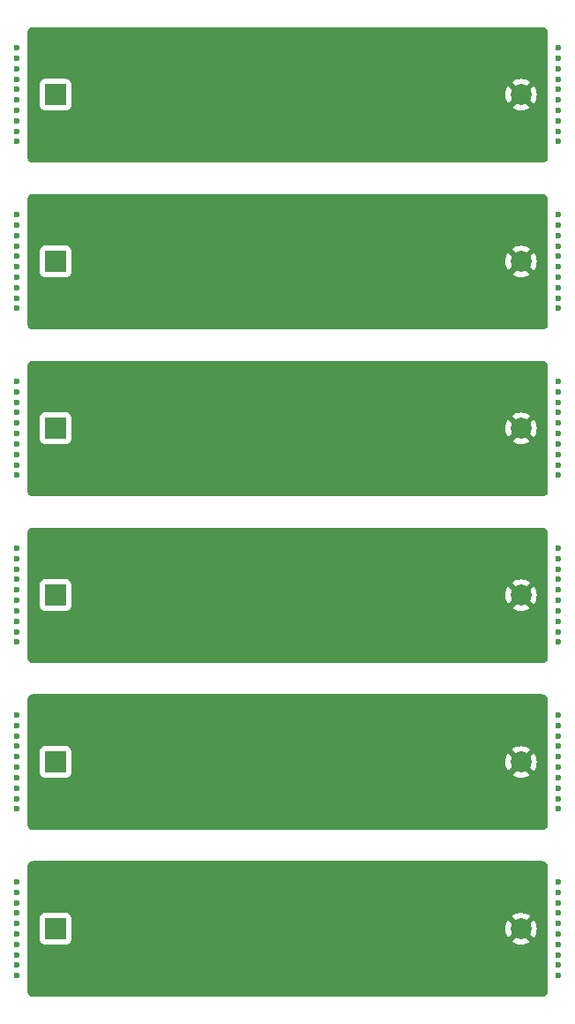
<source format=gbl>
G04 #@! TF.GenerationSoftware,KiCad,Pcbnew,6.0.4-6f826c9f35~116~ubuntu20.04.1*
G04 #@! TF.CreationDate,2022-05-04T20:07:54+01:00*
G04 #@! TF.ProjectId,boostAAA-panel,626f6f73-7441-4414-912d-70616e656c2e,rev?*
G04 #@! TF.SameCoordinates,Original*
G04 #@! TF.FileFunction,Copper,L2,Bot*
G04 #@! TF.FilePolarity,Positive*
%FSLAX46Y46*%
G04 Gerber Fmt 4.6, Leading zero omitted, Abs format (unit mm)*
G04 Created by KiCad (PCBNEW 6.0.4-6f826c9f35~116~ubuntu20.04.1) date 2022-05-04 20:07:54*
%MOMM*%
%LPD*%
G01*
G04 APERTURE LIST*
G04 #@! TA.AperFunction,ComponentPad*
%ADD10R,2.000000X2.000000*%
G04 #@! TD*
G04 #@! TA.AperFunction,ComponentPad*
%ADD11C,2.000000*%
G04 #@! TD*
G04 #@! TA.AperFunction,ViaPad*
%ADD12C,0.600000*%
G04 #@! TD*
G04 APERTURE END LIST*
D10*
G04 #@! TO.P,BT1,1,+*
G04 #@! TO.N,Board_5-Net-(BT1-Pad1)*
X27698446Y-102000000D03*
D11*
G04 #@! TO.P,BT1,2,-*
G04 #@! TO.N,Board_5-GND*
X72398446Y-102000000D03*
G04 #@! TD*
D10*
G04 #@! TO.P,BT1,1,+*
G04 #@! TO.N,Board_4-Net-(BT1-Pad1)*
X27698446Y-86000000D03*
D11*
G04 #@! TO.P,BT1,2,-*
G04 #@! TO.N,Board_4-GND*
X72398446Y-86000000D03*
G04 #@! TD*
D10*
G04 #@! TO.P,BT1,1,+*
G04 #@! TO.N,Board_2-Net-(BT1-Pad1)*
X27698446Y-54000000D03*
D11*
G04 #@! TO.P,BT1,2,-*
G04 #@! TO.N,Board_2-GND*
X72398446Y-54000000D03*
G04 #@! TD*
D10*
G04 #@! TO.P,BT1,1,+*
G04 #@! TO.N,Board_0-Net-(BT1-Pad1)*
X27698446Y-22000000D03*
D11*
G04 #@! TO.P,BT1,2,-*
G04 #@! TO.N,Board_0-GND*
X72398446Y-22000000D03*
G04 #@! TD*
D10*
G04 #@! TO.P,BT1,1,+*
G04 #@! TO.N,Board_1-Net-(BT1-Pad1)*
X27698446Y-38000000D03*
D11*
G04 #@! TO.P,BT1,2,-*
G04 #@! TO.N,Board_1-GND*
X72398446Y-38000000D03*
G04 #@! TD*
D10*
G04 #@! TO.P,BT1,1,+*
G04 #@! TO.N,Board_3-Net-(BT1-Pad1)*
X27698446Y-70000000D03*
D11*
G04 #@! TO.P,BT1,2,-*
G04 #@! TO.N,Board_3-GND*
X72398446Y-70000000D03*
G04 #@! TD*
D12*
G04 #@! TO.N,*
X75998446Y-26500000D03*
X75998446Y-42500000D03*
X75998446Y-58500000D03*
X75998446Y-74500000D03*
X75998446Y-90500000D03*
X75998446Y-106500000D03*
X23998446Y-17500000D03*
X23998446Y-33500000D03*
X23998446Y-49500000D03*
X23998446Y-65500000D03*
X23998446Y-81500000D03*
X23998446Y-97500000D03*
X23998446Y-18500000D03*
X23998446Y-34500000D03*
X23998446Y-50500000D03*
X23998446Y-66500000D03*
X23998446Y-82500000D03*
X23998446Y-98500000D03*
X75998446Y-21500000D03*
X75998446Y-37500000D03*
X75998446Y-53500000D03*
X75998446Y-69500000D03*
X75998446Y-85500000D03*
X75998446Y-101500000D03*
X23998446Y-22500000D03*
X23998446Y-38500000D03*
X23998446Y-54500000D03*
X23998446Y-70500000D03*
X23998446Y-86500000D03*
X23998446Y-102500000D03*
X75998446Y-20500000D03*
X75998446Y-36500000D03*
X75998446Y-52500000D03*
X75998446Y-68500000D03*
X75998446Y-84500000D03*
X75998446Y-100500000D03*
X23998446Y-19500000D03*
X23998446Y-35500000D03*
X23998446Y-51500000D03*
X23998446Y-67500000D03*
X23998446Y-83500000D03*
X23998446Y-99500000D03*
X23998446Y-25500000D03*
X23998446Y-41500000D03*
X23998446Y-57500000D03*
X23998446Y-73500000D03*
X23998446Y-89500000D03*
X23998446Y-105500000D03*
X75998446Y-23500000D03*
X75998446Y-39500000D03*
X75998446Y-55500000D03*
X75998446Y-71500000D03*
X75998446Y-87500000D03*
X75998446Y-103500000D03*
X23998446Y-20500000D03*
X23998446Y-36500000D03*
X23998446Y-52500000D03*
X23998446Y-68500000D03*
X23998446Y-84500000D03*
X23998446Y-100500000D03*
X75998446Y-19500000D03*
X75998446Y-35500000D03*
X75998446Y-51500000D03*
X75998446Y-67500000D03*
X75998446Y-83500000D03*
X75998446Y-99500000D03*
X23998446Y-26500000D03*
X23998446Y-42500000D03*
X23998446Y-58500000D03*
X23998446Y-74500000D03*
X23998446Y-90500000D03*
X23998446Y-106500000D03*
X23998446Y-21500000D03*
X23998446Y-37500000D03*
X23998446Y-53500000D03*
X23998446Y-69500000D03*
X23998446Y-85500000D03*
X23998446Y-101500000D03*
X75998446Y-25500000D03*
X75998446Y-41500000D03*
X75998446Y-57500000D03*
X75998446Y-73500000D03*
X75998446Y-89500000D03*
X75998446Y-105500000D03*
X23998446Y-24500000D03*
X23998446Y-40500000D03*
X23998446Y-56500000D03*
X23998446Y-72500000D03*
X23998446Y-88500000D03*
X23998446Y-104500000D03*
X75998446Y-24500000D03*
X75998446Y-40500000D03*
X75998446Y-56500000D03*
X75998446Y-72500000D03*
X75998446Y-88500000D03*
X75998446Y-104500000D03*
X75998446Y-22500000D03*
X75998446Y-38500000D03*
X75998446Y-54500000D03*
X75998446Y-70500000D03*
X75998446Y-86500000D03*
X75998446Y-102500000D03*
X75998446Y-18500000D03*
X75998446Y-34500000D03*
X75998446Y-50500000D03*
X75998446Y-66500000D03*
X75998446Y-82500000D03*
X75998446Y-98500000D03*
X75998446Y-17500000D03*
X75998446Y-33500000D03*
X75998446Y-49500000D03*
X75998446Y-65500000D03*
X75998446Y-81500000D03*
X75998446Y-97500000D03*
X23998446Y-23500000D03*
X23998446Y-39500000D03*
X23998446Y-55500000D03*
X23998446Y-71500000D03*
X23998446Y-87500000D03*
X23998446Y-103500000D03*
G04 #@! TO.N,Board_0-GND*
X45998446Y-16000000D03*
X45998446Y-18000000D03*
X53698446Y-27200000D03*
X43998446Y-16000000D03*
X49735946Y-23000000D03*
X50298446Y-19500000D03*
X53998446Y-25250000D03*
X49148446Y-21300000D03*
X43998446Y-18000000D03*
G04 #@! TO.N,Board_1-GND*
X45998446Y-32000000D03*
X45998446Y-34000000D03*
X53698446Y-43200000D03*
X43998446Y-32000000D03*
X49735946Y-39000000D03*
X50298446Y-35500000D03*
X53998446Y-41250000D03*
X49148446Y-37300000D03*
X43998446Y-34000000D03*
G04 #@! TO.N,Board_2-GND*
X45998446Y-48000000D03*
X45998446Y-50000000D03*
X53698446Y-59200000D03*
X43998446Y-48000000D03*
X49735946Y-55000000D03*
X50298446Y-51500000D03*
X53998446Y-57250000D03*
X49148446Y-53300000D03*
X43998446Y-50000000D03*
G04 #@! TO.N,Board_3-GND*
X45998446Y-64000000D03*
X45998446Y-66000000D03*
X53698446Y-75200000D03*
X43998446Y-64000000D03*
X49735946Y-71000000D03*
X50298446Y-67500000D03*
X53998446Y-73250000D03*
X49148446Y-69300000D03*
X43998446Y-66000000D03*
G04 #@! TO.N,Board_4-GND*
X45998446Y-80000000D03*
X45998446Y-82000000D03*
X53698446Y-91200000D03*
X43998446Y-80000000D03*
X49735946Y-87000000D03*
X50298446Y-83500000D03*
X53998446Y-89250000D03*
X49148446Y-85300000D03*
X43998446Y-82000000D03*
G04 #@! TO.N,Board_5-GND*
X45998446Y-96000000D03*
X45998446Y-98000000D03*
X53698446Y-107200000D03*
X43998446Y-96000000D03*
X49735946Y-103000000D03*
X50298446Y-99500000D03*
X53998446Y-105250000D03*
X49148446Y-101300000D03*
X43998446Y-98000000D03*
G04 #@! TD*
G04 #@! TA.AperFunction,Conductor*
G04 #@! TO.N,Board_0-GND*
G36*
X74468503Y-15509500D02*
G01*
X74483304Y-15511805D01*
X74483308Y-15511805D01*
X74492177Y-15513186D01*
X74501079Y-15512022D01*
X74501083Y-15512022D01*
X74501179Y-15512009D01*
X74531616Y-15511738D01*
X74593821Y-15518746D01*
X74621328Y-15525024D01*
X74698517Y-15552034D01*
X74723937Y-15564276D01*
X74793184Y-15607787D01*
X74815243Y-15625379D01*
X74873067Y-15683203D01*
X74890659Y-15705262D01*
X74934170Y-15774509D01*
X74946412Y-15799930D01*
X74973421Y-15877117D01*
X74979700Y-15904625D01*
X74985779Y-15958579D01*
X74986062Y-15983379D01*
X74985375Y-15987460D01*
X74985302Y-15993461D01*
X74985260Y-15993729D01*
X74985295Y-15993998D01*
X74985222Y-15999999D01*
X74987332Y-16014733D01*
X74988282Y-16023591D01*
X74998125Y-16161228D01*
X74998446Y-16170216D01*
X74998446Y-27829781D01*
X74998125Y-27838770D01*
X74989483Y-27959597D01*
X74988059Y-27971506D01*
X74985375Y-27987462D01*
X74985302Y-27993463D01*
X74985260Y-27993731D01*
X74985295Y-27994000D01*
X74985222Y-28000001D01*
X74985912Y-28004817D01*
X74986228Y-28009672D01*
X74985939Y-28009691D01*
X74986342Y-28036428D01*
X74980632Y-28087109D01*
X74979700Y-28095377D01*
X74973421Y-28122883D01*
X74946412Y-28200070D01*
X74934170Y-28225491D01*
X74890659Y-28294738D01*
X74873067Y-28316797D01*
X74815243Y-28374621D01*
X74793184Y-28392213D01*
X74723937Y-28435724D01*
X74698516Y-28447966D01*
X74621329Y-28474975D01*
X74593822Y-28481254D01*
X74569874Y-28483952D01*
X74538190Y-28487522D01*
X74522549Y-28488305D01*
X74513591Y-28488196D01*
X74504717Y-28486814D01*
X74473196Y-28490936D01*
X74456858Y-28492000D01*
X25547773Y-28492000D01*
X25528389Y-28490500D01*
X25513588Y-28488195D01*
X25513584Y-28488195D01*
X25504715Y-28486814D01*
X25495813Y-28487978D01*
X25495809Y-28487978D01*
X25495713Y-28487991D01*
X25465276Y-28488262D01*
X25403071Y-28481254D01*
X25375564Y-28474976D01*
X25298374Y-28447966D01*
X25272955Y-28435724D01*
X25203708Y-28392213D01*
X25181649Y-28374621D01*
X25123825Y-28316797D01*
X25106233Y-28294738D01*
X25062722Y-28225491D01*
X25050480Y-28200070D01*
X25023471Y-28122883D01*
X25017192Y-28095375D01*
X25011113Y-28041421D01*
X25010830Y-28016621D01*
X25011517Y-28012540D01*
X25011590Y-28006539D01*
X25011632Y-28006271D01*
X25011597Y-28006002D01*
X25011670Y-28000001D01*
X25009560Y-27985267D01*
X25008610Y-27976409D01*
X24998767Y-27838772D01*
X24998446Y-27829784D01*
X24998446Y-23048134D01*
X26189946Y-23048134D01*
X26196701Y-23110316D01*
X26247831Y-23246705D01*
X26335185Y-23363261D01*
X26451741Y-23450615D01*
X26588130Y-23501745D01*
X26650312Y-23508500D01*
X28746580Y-23508500D01*
X28808762Y-23501745D01*
X28945151Y-23450615D01*
X29061707Y-23363261D01*
X29149061Y-23246705D01*
X29154322Y-23232670D01*
X71530606Y-23232670D01*
X71536333Y-23240320D01*
X71707488Y-23345205D01*
X71716283Y-23349687D01*
X71926434Y-23436734D01*
X71935819Y-23439783D01*
X72157000Y-23492885D01*
X72166747Y-23494428D01*
X72393516Y-23512275D01*
X72403376Y-23512275D01*
X72630145Y-23494428D01*
X72639892Y-23492885D01*
X72861073Y-23439783D01*
X72870458Y-23436734D01*
X73080609Y-23349687D01*
X73089404Y-23345205D01*
X73256891Y-23242568D01*
X73266353Y-23232110D01*
X73262570Y-23223334D01*
X72411258Y-22372022D01*
X72397314Y-22364408D01*
X72395481Y-22364539D01*
X72388866Y-22368790D01*
X71537366Y-23220290D01*
X71530606Y-23232670D01*
X29154322Y-23232670D01*
X29200191Y-23110316D01*
X29206946Y-23048134D01*
X29206946Y-22004930D01*
X70886171Y-22004930D01*
X70904018Y-22231699D01*
X70905561Y-22241446D01*
X70958663Y-22462627D01*
X70961712Y-22472012D01*
X71048759Y-22682163D01*
X71053241Y-22690958D01*
X71155878Y-22858445D01*
X71166336Y-22867907D01*
X71175112Y-22864124D01*
X72026424Y-22012812D01*
X72032802Y-22001132D01*
X72762854Y-22001132D01*
X72762985Y-22002965D01*
X72767236Y-22009580D01*
X73618736Y-22861080D01*
X73631116Y-22867840D01*
X73638766Y-22862113D01*
X73743651Y-22690958D01*
X73748133Y-22682163D01*
X73835180Y-22472012D01*
X73838229Y-22462627D01*
X73891331Y-22241446D01*
X73892874Y-22231699D01*
X73910721Y-22004930D01*
X73910721Y-21995070D01*
X73892874Y-21768301D01*
X73891331Y-21758554D01*
X73838229Y-21537373D01*
X73835180Y-21527988D01*
X73748133Y-21317837D01*
X73743651Y-21309042D01*
X73641014Y-21141555D01*
X73630556Y-21132093D01*
X73621780Y-21135876D01*
X72770468Y-21987188D01*
X72762854Y-22001132D01*
X72032802Y-22001132D01*
X72034038Y-21998868D01*
X72033907Y-21997035D01*
X72029656Y-21990420D01*
X71178156Y-21138920D01*
X71165776Y-21132160D01*
X71158126Y-21137887D01*
X71053241Y-21309042D01*
X71048759Y-21317837D01*
X70961712Y-21527988D01*
X70958663Y-21537373D01*
X70905561Y-21758554D01*
X70904018Y-21768301D01*
X70886171Y-21995070D01*
X70886171Y-22004930D01*
X29206946Y-22004930D01*
X29206946Y-20951866D01*
X29200191Y-20889684D01*
X29154532Y-20767890D01*
X71530539Y-20767890D01*
X71534322Y-20776666D01*
X72385634Y-21627978D01*
X72399578Y-21635592D01*
X72401411Y-21635461D01*
X72408026Y-21631210D01*
X73259526Y-20779710D01*
X73266286Y-20767330D01*
X73260559Y-20759680D01*
X73089404Y-20654795D01*
X73080609Y-20650313D01*
X72870458Y-20563266D01*
X72861073Y-20560217D01*
X72639892Y-20507115D01*
X72630145Y-20505572D01*
X72403376Y-20487725D01*
X72393516Y-20487725D01*
X72166747Y-20505572D01*
X72157000Y-20507115D01*
X71935819Y-20560217D01*
X71926434Y-20563266D01*
X71716283Y-20650313D01*
X71707488Y-20654795D01*
X71540001Y-20757432D01*
X71530539Y-20767890D01*
X29154532Y-20767890D01*
X29149061Y-20753295D01*
X29061707Y-20636739D01*
X28945151Y-20549385D01*
X28808762Y-20498255D01*
X28746580Y-20491500D01*
X26650312Y-20491500D01*
X26588130Y-20498255D01*
X26451741Y-20549385D01*
X26335185Y-20636739D01*
X26247831Y-20753295D01*
X26196701Y-20889684D01*
X26189946Y-20951866D01*
X26189946Y-23048134D01*
X24998446Y-23048134D01*
X24998446Y-16170219D01*
X24998767Y-16161230D01*
X25007409Y-16040403D01*
X25008833Y-16028492D01*
X25010711Y-16017329D01*
X25011517Y-16012538D01*
X25011590Y-16006537D01*
X25011632Y-16006269D01*
X25011597Y-16006000D01*
X25011670Y-15999999D01*
X25010980Y-15995183D01*
X25010664Y-15990328D01*
X25010953Y-15990309D01*
X25010550Y-15963572D01*
X25017192Y-15904623D01*
X25023471Y-15877117D01*
X25050480Y-15799930D01*
X25062722Y-15774509D01*
X25106233Y-15705262D01*
X25123825Y-15683203D01*
X25181649Y-15625379D01*
X25203708Y-15607787D01*
X25272955Y-15564276D01*
X25298376Y-15552034D01*
X25375563Y-15525025D01*
X25403070Y-15518746D01*
X25427018Y-15516048D01*
X25458702Y-15512478D01*
X25474343Y-15511695D01*
X25483301Y-15511804D01*
X25492175Y-15513186D01*
X25523697Y-15509064D01*
X25540034Y-15508000D01*
X74449119Y-15508000D01*
X74468503Y-15509500D01*
G37*
G04 #@! TD.AperFunction*
G04 #@! TD*
G04 #@! TA.AperFunction,Conductor*
G04 #@! TO.N,Board_1-GND*
G36*
X74468503Y-31509500D02*
G01*
X74483304Y-31511805D01*
X74483308Y-31511805D01*
X74492177Y-31513186D01*
X74501079Y-31512022D01*
X74501083Y-31512022D01*
X74501179Y-31512009D01*
X74531616Y-31511738D01*
X74593821Y-31518746D01*
X74621328Y-31525024D01*
X74698517Y-31552034D01*
X74723937Y-31564276D01*
X74793184Y-31607787D01*
X74815243Y-31625379D01*
X74873067Y-31683203D01*
X74890659Y-31705262D01*
X74934170Y-31774509D01*
X74946412Y-31799930D01*
X74973421Y-31877117D01*
X74979700Y-31904625D01*
X74985779Y-31958579D01*
X74986062Y-31983379D01*
X74985375Y-31987460D01*
X74985302Y-31993461D01*
X74985260Y-31993729D01*
X74985295Y-31993998D01*
X74985222Y-31999999D01*
X74987332Y-32014733D01*
X74988282Y-32023591D01*
X74998125Y-32161228D01*
X74998446Y-32170216D01*
X74998446Y-43829781D01*
X74998125Y-43838770D01*
X74989483Y-43959597D01*
X74988059Y-43971506D01*
X74985375Y-43987462D01*
X74985302Y-43993463D01*
X74985260Y-43993731D01*
X74985295Y-43994000D01*
X74985222Y-44000001D01*
X74985912Y-44004817D01*
X74986228Y-44009672D01*
X74985939Y-44009691D01*
X74986342Y-44036428D01*
X74980632Y-44087109D01*
X74979700Y-44095377D01*
X74973421Y-44122883D01*
X74946412Y-44200070D01*
X74934170Y-44225491D01*
X74890659Y-44294738D01*
X74873067Y-44316797D01*
X74815243Y-44374621D01*
X74793184Y-44392213D01*
X74723937Y-44435724D01*
X74698516Y-44447966D01*
X74621329Y-44474975D01*
X74593822Y-44481254D01*
X74569874Y-44483952D01*
X74538190Y-44487522D01*
X74522549Y-44488305D01*
X74513591Y-44488196D01*
X74504717Y-44486814D01*
X74473196Y-44490936D01*
X74456858Y-44492000D01*
X25547773Y-44492000D01*
X25528389Y-44490500D01*
X25513588Y-44488195D01*
X25513584Y-44488195D01*
X25504715Y-44486814D01*
X25495813Y-44487978D01*
X25495809Y-44487978D01*
X25495713Y-44487991D01*
X25465276Y-44488262D01*
X25403071Y-44481254D01*
X25375564Y-44474976D01*
X25298374Y-44447966D01*
X25272955Y-44435724D01*
X25203708Y-44392213D01*
X25181649Y-44374621D01*
X25123825Y-44316797D01*
X25106233Y-44294738D01*
X25062722Y-44225491D01*
X25050480Y-44200070D01*
X25023471Y-44122883D01*
X25017192Y-44095375D01*
X25011113Y-44041421D01*
X25010830Y-44016621D01*
X25011517Y-44012540D01*
X25011590Y-44006539D01*
X25011632Y-44006271D01*
X25011597Y-44006002D01*
X25011670Y-44000001D01*
X25009560Y-43985267D01*
X25008610Y-43976409D01*
X24998767Y-43838772D01*
X24998446Y-43829784D01*
X24998446Y-39048134D01*
X26189946Y-39048134D01*
X26196701Y-39110316D01*
X26247831Y-39246705D01*
X26335185Y-39363261D01*
X26451741Y-39450615D01*
X26588130Y-39501745D01*
X26650312Y-39508500D01*
X28746580Y-39508500D01*
X28808762Y-39501745D01*
X28945151Y-39450615D01*
X29061707Y-39363261D01*
X29149061Y-39246705D01*
X29154322Y-39232670D01*
X71530606Y-39232670D01*
X71536333Y-39240320D01*
X71707488Y-39345205D01*
X71716283Y-39349687D01*
X71926434Y-39436734D01*
X71935819Y-39439783D01*
X72157000Y-39492885D01*
X72166747Y-39494428D01*
X72393516Y-39512275D01*
X72403376Y-39512275D01*
X72630145Y-39494428D01*
X72639892Y-39492885D01*
X72861073Y-39439783D01*
X72870458Y-39436734D01*
X73080609Y-39349687D01*
X73089404Y-39345205D01*
X73256891Y-39242568D01*
X73266353Y-39232110D01*
X73262570Y-39223334D01*
X72411258Y-38372022D01*
X72397314Y-38364408D01*
X72395481Y-38364539D01*
X72388866Y-38368790D01*
X71537366Y-39220290D01*
X71530606Y-39232670D01*
X29154322Y-39232670D01*
X29200191Y-39110316D01*
X29206946Y-39048134D01*
X29206946Y-38004930D01*
X70886171Y-38004930D01*
X70904018Y-38231699D01*
X70905561Y-38241446D01*
X70958663Y-38462627D01*
X70961712Y-38472012D01*
X71048759Y-38682163D01*
X71053241Y-38690958D01*
X71155878Y-38858445D01*
X71166336Y-38867907D01*
X71175112Y-38864124D01*
X72026424Y-38012812D01*
X72032802Y-38001132D01*
X72762854Y-38001132D01*
X72762985Y-38002965D01*
X72767236Y-38009580D01*
X73618736Y-38861080D01*
X73631116Y-38867840D01*
X73638766Y-38862113D01*
X73743651Y-38690958D01*
X73748133Y-38682163D01*
X73835180Y-38472012D01*
X73838229Y-38462627D01*
X73891331Y-38241446D01*
X73892874Y-38231699D01*
X73910721Y-38004930D01*
X73910721Y-37995070D01*
X73892874Y-37768301D01*
X73891331Y-37758554D01*
X73838229Y-37537373D01*
X73835180Y-37527988D01*
X73748133Y-37317837D01*
X73743651Y-37309042D01*
X73641014Y-37141555D01*
X73630556Y-37132093D01*
X73621780Y-37135876D01*
X72770468Y-37987188D01*
X72762854Y-38001132D01*
X72032802Y-38001132D01*
X72034038Y-37998868D01*
X72033907Y-37997035D01*
X72029656Y-37990420D01*
X71178156Y-37138920D01*
X71165776Y-37132160D01*
X71158126Y-37137887D01*
X71053241Y-37309042D01*
X71048759Y-37317837D01*
X70961712Y-37527988D01*
X70958663Y-37537373D01*
X70905561Y-37758554D01*
X70904018Y-37768301D01*
X70886171Y-37995070D01*
X70886171Y-38004930D01*
X29206946Y-38004930D01*
X29206946Y-36951866D01*
X29200191Y-36889684D01*
X29154532Y-36767890D01*
X71530539Y-36767890D01*
X71534322Y-36776666D01*
X72385634Y-37627978D01*
X72399578Y-37635592D01*
X72401411Y-37635461D01*
X72408026Y-37631210D01*
X73259526Y-36779710D01*
X73266286Y-36767330D01*
X73260559Y-36759680D01*
X73089404Y-36654795D01*
X73080609Y-36650313D01*
X72870458Y-36563266D01*
X72861073Y-36560217D01*
X72639892Y-36507115D01*
X72630145Y-36505572D01*
X72403376Y-36487725D01*
X72393516Y-36487725D01*
X72166747Y-36505572D01*
X72157000Y-36507115D01*
X71935819Y-36560217D01*
X71926434Y-36563266D01*
X71716283Y-36650313D01*
X71707488Y-36654795D01*
X71540001Y-36757432D01*
X71530539Y-36767890D01*
X29154532Y-36767890D01*
X29149061Y-36753295D01*
X29061707Y-36636739D01*
X28945151Y-36549385D01*
X28808762Y-36498255D01*
X28746580Y-36491500D01*
X26650312Y-36491500D01*
X26588130Y-36498255D01*
X26451741Y-36549385D01*
X26335185Y-36636739D01*
X26247831Y-36753295D01*
X26196701Y-36889684D01*
X26189946Y-36951866D01*
X26189946Y-39048134D01*
X24998446Y-39048134D01*
X24998446Y-32170219D01*
X24998767Y-32161230D01*
X25007409Y-32040403D01*
X25008833Y-32028492D01*
X25010711Y-32017329D01*
X25011517Y-32012538D01*
X25011590Y-32006537D01*
X25011632Y-32006269D01*
X25011597Y-32006000D01*
X25011670Y-31999999D01*
X25010980Y-31995183D01*
X25010664Y-31990328D01*
X25010953Y-31990309D01*
X25010550Y-31963572D01*
X25017192Y-31904623D01*
X25023471Y-31877117D01*
X25050480Y-31799930D01*
X25062722Y-31774509D01*
X25106233Y-31705262D01*
X25123825Y-31683203D01*
X25181649Y-31625379D01*
X25203708Y-31607787D01*
X25272955Y-31564276D01*
X25298376Y-31552034D01*
X25375563Y-31525025D01*
X25403070Y-31518746D01*
X25427018Y-31516048D01*
X25458702Y-31512478D01*
X25474343Y-31511695D01*
X25483301Y-31511804D01*
X25492175Y-31513186D01*
X25523697Y-31509064D01*
X25540034Y-31508000D01*
X74449119Y-31508000D01*
X74468503Y-31509500D01*
G37*
G04 #@! TD.AperFunction*
G04 #@! TD*
G04 #@! TA.AperFunction,Conductor*
G04 #@! TO.N,Board_2-GND*
G36*
X74468503Y-47509500D02*
G01*
X74483304Y-47511805D01*
X74483308Y-47511805D01*
X74492177Y-47513186D01*
X74501079Y-47512022D01*
X74501083Y-47512022D01*
X74501179Y-47512009D01*
X74531616Y-47511738D01*
X74593821Y-47518746D01*
X74621328Y-47525024D01*
X74698517Y-47552034D01*
X74723937Y-47564276D01*
X74793184Y-47607787D01*
X74815243Y-47625379D01*
X74873067Y-47683203D01*
X74890659Y-47705262D01*
X74934170Y-47774509D01*
X74946412Y-47799930D01*
X74973421Y-47877117D01*
X74979700Y-47904625D01*
X74985779Y-47958579D01*
X74986062Y-47983379D01*
X74985375Y-47987460D01*
X74985302Y-47993461D01*
X74985260Y-47993729D01*
X74985295Y-47993998D01*
X74985222Y-47999999D01*
X74987332Y-48014733D01*
X74988282Y-48023591D01*
X74998125Y-48161228D01*
X74998446Y-48170216D01*
X74998446Y-59829781D01*
X74998125Y-59838770D01*
X74989483Y-59959597D01*
X74988059Y-59971506D01*
X74985375Y-59987462D01*
X74985302Y-59993463D01*
X74985260Y-59993731D01*
X74985295Y-59994000D01*
X74985222Y-60000001D01*
X74985912Y-60004817D01*
X74986228Y-60009672D01*
X74985939Y-60009691D01*
X74986342Y-60036428D01*
X74980632Y-60087109D01*
X74979700Y-60095377D01*
X74973421Y-60122883D01*
X74946412Y-60200070D01*
X74934170Y-60225491D01*
X74890659Y-60294738D01*
X74873067Y-60316797D01*
X74815243Y-60374621D01*
X74793184Y-60392213D01*
X74723937Y-60435724D01*
X74698516Y-60447966D01*
X74621329Y-60474975D01*
X74593822Y-60481254D01*
X74569874Y-60483952D01*
X74538190Y-60487522D01*
X74522549Y-60488305D01*
X74513591Y-60488196D01*
X74504717Y-60486814D01*
X74473196Y-60490936D01*
X74456858Y-60492000D01*
X25547773Y-60492000D01*
X25528389Y-60490500D01*
X25513588Y-60488195D01*
X25513584Y-60488195D01*
X25504715Y-60486814D01*
X25495813Y-60487978D01*
X25495809Y-60487978D01*
X25495713Y-60487991D01*
X25465276Y-60488262D01*
X25403071Y-60481254D01*
X25375564Y-60474976D01*
X25298374Y-60447966D01*
X25272955Y-60435724D01*
X25203708Y-60392213D01*
X25181649Y-60374621D01*
X25123825Y-60316797D01*
X25106233Y-60294738D01*
X25062722Y-60225491D01*
X25050480Y-60200070D01*
X25023471Y-60122883D01*
X25017192Y-60095375D01*
X25011113Y-60041421D01*
X25010830Y-60016621D01*
X25011517Y-60012540D01*
X25011590Y-60006539D01*
X25011632Y-60006271D01*
X25011597Y-60006002D01*
X25011670Y-60000001D01*
X25009560Y-59985267D01*
X25008610Y-59976409D01*
X24998767Y-59838772D01*
X24998446Y-59829784D01*
X24998446Y-55048134D01*
X26189946Y-55048134D01*
X26196701Y-55110316D01*
X26247831Y-55246705D01*
X26335185Y-55363261D01*
X26451741Y-55450615D01*
X26588130Y-55501745D01*
X26650312Y-55508500D01*
X28746580Y-55508500D01*
X28808762Y-55501745D01*
X28945151Y-55450615D01*
X29061707Y-55363261D01*
X29149061Y-55246705D01*
X29154322Y-55232670D01*
X71530606Y-55232670D01*
X71536333Y-55240320D01*
X71707488Y-55345205D01*
X71716283Y-55349687D01*
X71926434Y-55436734D01*
X71935819Y-55439783D01*
X72157000Y-55492885D01*
X72166747Y-55494428D01*
X72393516Y-55512275D01*
X72403376Y-55512275D01*
X72630145Y-55494428D01*
X72639892Y-55492885D01*
X72861073Y-55439783D01*
X72870458Y-55436734D01*
X73080609Y-55349687D01*
X73089404Y-55345205D01*
X73256891Y-55242568D01*
X73266353Y-55232110D01*
X73262570Y-55223334D01*
X72411258Y-54372022D01*
X72397314Y-54364408D01*
X72395481Y-54364539D01*
X72388866Y-54368790D01*
X71537366Y-55220290D01*
X71530606Y-55232670D01*
X29154322Y-55232670D01*
X29200191Y-55110316D01*
X29206946Y-55048134D01*
X29206946Y-54004930D01*
X70886171Y-54004930D01*
X70904018Y-54231699D01*
X70905561Y-54241446D01*
X70958663Y-54462627D01*
X70961712Y-54472012D01*
X71048759Y-54682163D01*
X71053241Y-54690958D01*
X71155878Y-54858445D01*
X71166336Y-54867907D01*
X71175112Y-54864124D01*
X72026424Y-54012812D01*
X72032802Y-54001132D01*
X72762854Y-54001132D01*
X72762985Y-54002965D01*
X72767236Y-54009580D01*
X73618736Y-54861080D01*
X73631116Y-54867840D01*
X73638766Y-54862113D01*
X73743651Y-54690958D01*
X73748133Y-54682163D01*
X73835180Y-54472012D01*
X73838229Y-54462627D01*
X73891331Y-54241446D01*
X73892874Y-54231699D01*
X73910721Y-54004930D01*
X73910721Y-53995070D01*
X73892874Y-53768301D01*
X73891331Y-53758554D01*
X73838229Y-53537373D01*
X73835180Y-53527988D01*
X73748133Y-53317837D01*
X73743651Y-53309042D01*
X73641014Y-53141555D01*
X73630556Y-53132093D01*
X73621780Y-53135876D01*
X72770468Y-53987188D01*
X72762854Y-54001132D01*
X72032802Y-54001132D01*
X72034038Y-53998868D01*
X72033907Y-53997035D01*
X72029656Y-53990420D01*
X71178156Y-53138920D01*
X71165776Y-53132160D01*
X71158126Y-53137887D01*
X71053241Y-53309042D01*
X71048759Y-53317837D01*
X70961712Y-53527988D01*
X70958663Y-53537373D01*
X70905561Y-53758554D01*
X70904018Y-53768301D01*
X70886171Y-53995070D01*
X70886171Y-54004930D01*
X29206946Y-54004930D01*
X29206946Y-52951866D01*
X29200191Y-52889684D01*
X29154532Y-52767890D01*
X71530539Y-52767890D01*
X71534322Y-52776666D01*
X72385634Y-53627978D01*
X72399578Y-53635592D01*
X72401411Y-53635461D01*
X72408026Y-53631210D01*
X73259526Y-52779710D01*
X73266286Y-52767330D01*
X73260559Y-52759680D01*
X73089404Y-52654795D01*
X73080609Y-52650313D01*
X72870458Y-52563266D01*
X72861073Y-52560217D01*
X72639892Y-52507115D01*
X72630145Y-52505572D01*
X72403376Y-52487725D01*
X72393516Y-52487725D01*
X72166747Y-52505572D01*
X72157000Y-52507115D01*
X71935819Y-52560217D01*
X71926434Y-52563266D01*
X71716283Y-52650313D01*
X71707488Y-52654795D01*
X71540001Y-52757432D01*
X71530539Y-52767890D01*
X29154532Y-52767890D01*
X29149061Y-52753295D01*
X29061707Y-52636739D01*
X28945151Y-52549385D01*
X28808762Y-52498255D01*
X28746580Y-52491500D01*
X26650312Y-52491500D01*
X26588130Y-52498255D01*
X26451741Y-52549385D01*
X26335185Y-52636739D01*
X26247831Y-52753295D01*
X26196701Y-52889684D01*
X26189946Y-52951866D01*
X26189946Y-55048134D01*
X24998446Y-55048134D01*
X24998446Y-48170219D01*
X24998767Y-48161230D01*
X25007409Y-48040403D01*
X25008833Y-48028492D01*
X25010711Y-48017329D01*
X25011517Y-48012538D01*
X25011590Y-48006537D01*
X25011632Y-48006269D01*
X25011597Y-48006000D01*
X25011670Y-47999999D01*
X25010980Y-47995183D01*
X25010664Y-47990328D01*
X25010953Y-47990309D01*
X25010550Y-47963572D01*
X25017192Y-47904623D01*
X25023471Y-47877117D01*
X25050480Y-47799930D01*
X25062722Y-47774509D01*
X25106233Y-47705262D01*
X25123825Y-47683203D01*
X25181649Y-47625379D01*
X25203708Y-47607787D01*
X25272955Y-47564276D01*
X25298376Y-47552034D01*
X25375563Y-47525025D01*
X25403070Y-47518746D01*
X25427018Y-47516048D01*
X25458702Y-47512478D01*
X25474343Y-47511695D01*
X25483301Y-47511804D01*
X25492175Y-47513186D01*
X25523697Y-47509064D01*
X25540034Y-47508000D01*
X74449119Y-47508000D01*
X74468503Y-47509500D01*
G37*
G04 #@! TD.AperFunction*
G04 #@! TD*
G04 #@! TA.AperFunction,Conductor*
G04 #@! TO.N,Board_3-GND*
G36*
X74468503Y-63509500D02*
G01*
X74483304Y-63511805D01*
X74483308Y-63511805D01*
X74492177Y-63513186D01*
X74501079Y-63512022D01*
X74501083Y-63512022D01*
X74501179Y-63512009D01*
X74531616Y-63511738D01*
X74593821Y-63518746D01*
X74621328Y-63525024D01*
X74698517Y-63552034D01*
X74723937Y-63564276D01*
X74793184Y-63607787D01*
X74815243Y-63625379D01*
X74873067Y-63683203D01*
X74890659Y-63705262D01*
X74934170Y-63774509D01*
X74946412Y-63799930D01*
X74973421Y-63877117D01*
X74979700Y-63904625D01*
X74985779Y-63958579D01*
X74986062Y-63983379D01*
X74985375Y-63987460D01*
X74985302Y-63993461D01*
X74985260Y-63993729D01*
X74985295Y-63993998D01*
X74985222Y-63999999D01*
X74987332Y-64014733D01*
X74988282Y-64023591D01*
X74998125Y-64161228D01*
X74998446Y-64170216D01*
X74998446Y-75829781D01*
X74998125Y-75838770D01*
X74989483Y-75959597D01*
X74988059Y-75971506D01*
X74985375Y-75987462D01*
X74985302Y-75993463D01*
X74985260Y-75993731D01*
X74985295Y-75994000D01*
X74985222Y-76000001D01*
X74985912Y-76004817D01*
X74986228Y-76009672D01*
X74985939Y-76009691D01*
X74986342Y-76036428D01*
X74980632Y-76087109D01*
X74979700Y-76095377D01*
X74973421Y-76122883D01*
X74946412Y-76200070D01*
X74934170Y-76225491D01*
X74890659Y-76294738D01*
X74873067Y-76316797D01*
X74815243Y-76374621D01*
X74793184Y-76392213D01*
X74723937Y-76435724D01*
X74698516Y-76447966D01*
X74621329Y-76474975D01*
X74593822Y-76481254D01*
X74569874Y-76483952D01*
X74538190Y-76487522D01*
X74522549Y-76488305D01*
X74513591Y-76488196D01*
X74504717Y-76486814D01*
X74473196Y-76490936D01*
X74456858Y-76492000D01*
X25547773Y-76492000D01*
X25528389Y-76490500D01*
X25513588Y-76488195D01*
X25513584Y-76488195D01*
X25504715Y-76486814D01*
X25495813Y-76487978D01*
X25495809Y-76487978D01*
X25495713Y-76487991D01*
X25465276Y-76488262D01*
X25403071Y-76481254D01*
X25375564Y-76474976D01*
X25298374Y-76447966D01*
X25272955Y-76435724D01*
X25203708Y-76392213D01*
X25181649Y-76374621D01*
X25123825Y-76316797D01*
X25106233Y-76294738D01*
X25062722Y-76225491D01*
X25050480Y-76200070D01*
X25023471Y-76122883D01*
X25017192Y-76095375D01*
X25011113Y-76041421D01*
X25010830Y-76016621D01*
X25011517Y-76012540D01*
X25011590Y-76006539D01*
X25011632Y-76006271D01*
X25011597Y-76006002D01*
X25011670Y-76000001D01*
X25009560Y-75985267D01*
X25008610Y-75976409D01*
X24998767Y-75838772D01*
X24998446Y-75829784D01*
X24998446Y-71048134D01*
X26189946Y-71048134D01*
X26196701Y-71110316D01*
X26247831Y-71246705D01*
X26335185Y-71363261D01*
X26451741Y-71450615D01*
X26588130Y-71501745D01*
X26650312Y-71508500D01*
X28746580Y-71508500D01*
X28808762Y-71501745D01*
X28945151Y-71450615D01*
X29061707Y-71363261D01*
X29149061Y-71246705D01*
X29154322Y-71232670D01*
X71530606Y-71232670D01*
X71536333Y-71240320D01*
X71707488Y-71345205D01*
X71716283Y-71349687D01*
X71926434Y-71436734D01*
X71935819Y-71439783D01*
X72157000Y-71492885D01*
X72166747Y-71494428D01*
X72393516Y-71512275D01*
X72403376Y-71512275D01*
X72630145Y-71494428D01*
X72639892Y-71492885D01*
X72861073Y-71439783D01*
X72870458Y-71436734D01*
X73080609Y-71349687D01*
X73089404Y-71345205D01*
X73256891Y-71242568D01*
X73266353Y-71232110D01*
X73262570Y-71223334D01*
X72411258Y-70372022D01*
X72397314Y-70364408D01*
X72395481Y-70364539D01*
X72388866Y-70368790D01*
X71537366Y-71220290D01*
X71530606Y-71232670D01*
X29154322Y-71232670D01*
X29200191Y-71110316D01*
X29206946Y-71048134D01*
X29206946Y-70004930D01*
X70886171Y-70004930D01*
X70904018Y-70231699D01*
X70905561Y-70241446D01*
X70958663Y-70462627D01*
X70961712Y-70472012D01*
X71048759Y-70682163D01*
X71053241Y-70690958D01*
X71155878Y-70858445D01*
X71166336Y-70867907D01*
X71175112Y-70864124D01*
X72026424Y-70012812D01*
X72032802Y-70001132D01*
X72762854Y-70001132D01*
X72762985Y-70002965D01*
X72767236Y-70009580D01*
X73618736Y-70861080D01*
X73631116Y-70867840D01*
X73638766Y-70862113D01*
X73743651Y-70690958D01*
X73748133Y-70682163D01*
X73835180Y-70472012D01*
X73838229Y-70462627D01*
X73891331Y-70241446D01*
X73892874Y-70231699D01*
X73910721Y-70004930D01*
X73910721Y-69995070D01*
X73892874Y-69768301D01*
X73891331Y-69758554D01*
X73838229Y-69537373D01*
X73835180Y-69527988D01*
X73748133Y-69317837D01*
X73743651Y-69309042D01*
X73641014Y-69141555D01*
X73630556Y-69132093D01*
X73621780Y-69135876D01*
X72770468Y-69987188D01*
X72762854Y-70001132D01*
X72032802Y-70001132D01*
X72034038Y-69998868D01*
X72033907Y-69997035D01*
X72029656Y-69990420D01*
X71178156Y-69138920D01*
X71165776Y-69132160D01*
X71158126Y-69137887D01*
X71053241Y-69309042D01*
X71048759Y-69317837D01*
X70961712Y-69527988D01*
X70958663Y-69537373D01*
X70905561Y-69758554D01*
X70904018Y-69768301D01*
X70886171Y-69995070D01*
X70886171Y-70004930D01*
X29206946Y-70004930D01*
X29206946Y-68951866D01*
X29200191Y-68889684D01*
X29154532Y-68767890D01*
X71530539Y-68767890D01*
X71534322Y-68776666D01*
X72385634Y-69627978D01*
X72399578Y-69635592D01*
X72401411Y-69635461D01*
X72408026Y-69631210D01*
X73259526Y-68779710D01*
X73266286Y-68767330D01*
X73260559Y-68759680D01*
X73089404Y-68654795D01*
X73080609Y-68650313D01*
X72870458Y-68563266D01*
X72861073Y-68560217D01*
X72639892Y-68507115D01*
X72630145Y-68505572D01*
X72403376Y-68487725D01*
X72393516Y-68487725D01*
X72166747Y-68505572D01*
X72157000Y-68507115D01*
X71935819Y-68560217D01*
X71926434Y-68563266D01*
X71716283Y-68650313D01*
X71707488Y-68654795D01*
X71540001Y-68757432D01*
X71530539Y-68767890D01*
X29154532Y-68767890D01*
X29149061Y-68753295D01*
X29061707Y-68636739D01*
X28945151Y-68549385D01*
X28808762Y-68498255D01*
X28746580Y-68491500D01*
X26650312Y-68491500D01*
X26588130Y-68498255D01*
X26451741Y-68549385D01*
X26335185Y-68636739D01*
X26247831Y-68753295D01*
X26196701Y-68889684D01*
X26189946Y-68951866D01*
X26189946Y-71048134D01*
X24998446Y-71048134D01*
X24998446Y-64170219D01*
X24998767Y-64161230D01*
X25007409Y-64040403D01*
X25008833Y-64028492D01*
X25010711Y-64017329D01*
X25011517Y-64012538D01*
X25011590Y-64006537D01*
X25011632Y-64006269D01*
X25011597Y-64006000D01*
X25011670Y-63999999D01*
X25010980Y-63995183D01*
X25010664Y-63990328D01*
X25010953Y-63990309D01*
X25010550Y-63963572D01*
X25017192Y-63904623D01*
X25023471Y-63877117D01*
X25050480Y-63799930D01*
X25062722Y-63774509D01*
X25106233Y-63705262D01*
X25123825Y-63683203D01*
X25181649Y-63625379D01*
X25203708Y-63607787D01*
X25272955Y-63564276D01*
X25298376Y-63552034D01*
X25375563Y-63525025D01*
X25403070Y-63518746D01*
X25427018Y-63516048D01*
X25458702Y-63512478D01*
X25474343Y-63511695D01*
X25483301Y-63511804D01*
X25492175Y-63513186D01*
X25523697Y-63509064D01*
X25540034Y-63508000D01*
X74449119Y-63508000D01*
X74468503Y-63509500D01*
G37*
G04 #@! TD.AperFunction*
G04 #@! TD*
G04 #@! TA.AperFunction,Conductor*
G04 #@! TO.N,Board_4-GND*
G36*
X74468503Y-79509500D02*
G01*
X74483304Y-79511805D01*
X74483308Y-79511805D01*
X74492177Y-79513186D01*
X74501079Y-79512022D01*
X74501083Y-79512022D01*
X74501179Y-79512009D01*
X74531616Y-79511738D01*
X74593821Y-79518746D01*
X74621328Y-79525024D01*
X74698517Y-79552034D01*
X74723937Y-79564276D01*
X74793184Y-79607787D01*
X74815243Y-79625379D01*
X74873067Y-79683203D01*
X74890659Y-79705262D01*
X74934170Y-79774509D01*
X74946412Y-79799930D01*
X74973421Y-79877117D01*
X74979700Y-79904625D01*
X74985779Y-79958579D01*
X74986062Y-79983379D01*
X74985375Y-79987460D01*
X74985302Y-79993461D01*
X74985260Y-79993729D01*
X74985295Y-79993998D01*
X74985222Y-79999999D01*
X74987332Y-80014733D01*
X74988282Y-80023591D01*
X74998125Y-80161228D01*
X74998446Y-80170216D01*
X74998446Y-91829781D01*
X74998125Y-91838770D01*
X74989483Y-91959597D01*
X74988059Y-91971506D01*
X74985375Y-91987462D01*
X74985302Y-91993463D01*
X74985260Y-91993731D01*
X74985295Y-91994000D01*
X74985222Y-92000001D01*
X74985912Y-92004817D01*
X74986228Y-92009672D01*
X74985939Y-92009691D01*
X74986342Y-92036428D01*
X74980632Y-92087109D01*
X74979700Y-92095377D01*
X74973421Y-92122883D01*
X74946412Y-92200070D01*
X74934170Y-92225491D01*
X74890659Y-92294738D01*
X74873067Y-92316797D01*
X74815243Y-92374621D01*
X74793184Y-92392213D01*
X74723937Y-92435724D01*
X74698516Y-92447966D01*
X74621329Y-92474975D01*
X74593822Y-92481254D01*
X74569874Y-92483952D01*
X74538190Y-92487522D01*
X74522549Y-92488305D01*
X74513591Y-92488196D01*
X74504717Y-92486814D01*
X74473196Y-92490936D01*
X74456858Y-92492000D01*
X25547773Y-92492000D01*
X25528389Y-92490500D01*
X25513588Y-92488195D01*
X25513584Y-92488195D01*
X25504715Y-92486814D01*
X25495813Y-92487978D01*
X25495809Y-92487978D01*
X25495713Y-92487991D01*
X25465276Y-92488262D01*
X25403071Y-92481254D01*
X25375564Y-92474976D01*
X25298374Y-92447966D01*
X25272955Y-92435724D01*
X25203708Y-92392213D01*
X25181649Y-92374621D01*
X25123825Y-92316797D01*
X25106233Y-92294738D01*
X25062722Y-92225491D01*
X25050480Y-92200070D01*
X25023471Y-92122883D01*
X25017192Y-92095375D01*
X25011113Y-92041421D01*
X25010830Y-92016621D01*
X25011517Y-92012540D01*
X25011590Y-92006539D01*
X25011632Y-92006271D01*
X25011597Y-92006002D01*
X25011670Y-92000001D01*
X25009560Y-91985267D01*
X25008610Y-91976409D01*
X24998767Y-91838772D01*
X24998446Y-91829784D01*
X24998446Y-87048134D01*
X26189946Y-87048134D01*
X26196701Y-87110316D01*
X26247831Y-87246705D01*
X26335185Y-87363261D01*
X26451741Y-87450615D01*
X26588130Y-87501745D01*
X26650312Y-87508500D01*
X28746580Y-87508500D01*
X28808762Y-87501745D01*
X28945151Y-87450615D01*
X29061707Y-87363261D01*
X29149061Y-87246705D01*
X29154322Y-87232670D01*
X71530606Y-87232670D01*
X71536333Y-87240320D01*
X71707488Y-87345205D01*
X71716283Y-87349687D01*
X71926434Y-87436734D01*
X71935819Y-87439783D01*
X72157000Y-87492885D01*
X72166747Y-87494428D01*
X72393516Y-87512275D01*
X72403376Y-87512275D01*
X72630145Y-87494428D01*
X72639892Y-87492885D01*
X72861073Y-87439783D01*
X72870458Y-87436734D01*
X73080609Y-87349687D01*
X73089404Y-87345205D01*
X73256891Y-87242568D01*
X73266353Y-87232110D01*
X73262570Y-87223334D01*
X72411258Y-86372022D01*
X72397314Y-86364408D01*
X72395481Y-86364539D01*
X72388866Y-86368790D01*
X71537366Y-87220290D01*
X71530606Y-87232670D01*
X29154322Y-87232670D01*
X29200191Y-87110316D01*
X29206946Y-87048134D01*
X29206946Y-86004930D01*
X70886171Y-86004930D01*
X70904018Y-86231699D01*
X70905561Y-86241446D01*
X70958663Y-86462627D01*
X70961712Y-86472012D01*
X71048759Y-86682163D01*
X71053241Y-86690958D01*
X71155878Y-86858445D01*
X71166336Y-86867907D01*
X71175112Y-86864124D01*
X72026424Y-86012812D01*
X72032802Y-86001132D01*
X72762854Y-86001132D01*
X72762985Y-86002965D01*
X72767236Y-86009580D01*
X73618736Y-86861080D01*
X73631116Y-86867840D01*
X73638766Y-86862113D01*
X73743651Y-86690958D01*
X73748133Y-86682163D01*
X73835180Y-86472012D01*
X73838229Y-86462627D01*
X73891331Y-86241446D01*
X73892874Y-86231699D01*
X73910721Y-86004930D01*
X73910721Y-85995070D01*
X73892874Y-85768301D01*
X73891331Y-85758554D01*
X73838229Y-85537373D01*
X73835180Y-85527988D01*
X73748133Y-85317837D01*
X73743651Y-85309042D01*
X73641014Y-85141555D01*
X73630556Y-85132093D01*
X73621780Y-85135876D01*
X72770468Y-85987188D01*
X72762854Y-86001132D01*
X72032802Y-86001132D01*
X72034038Y-85998868D01*
X72033907Y-85997035D01*
X72029656Y-85990420D01*
X71178156Y-85138920D01*
X71165776Y-85132160D01*
X71158126Y-85137887D01*
X71053241Y-85309042D01*
X71048759Y-85317837D01*
X70961712Y-85527988D01*
X70958663Y-85537373D01*
X70905561Y-85758554D01*
X70904018Y-85768301D01*
X70886171Y-85995070D01*
X70886171Y-86004930D01*
X29206946Y-86004930D01*
X29206946Y-84951866D01*
X29200191Y-84889684D01*
X29154532Y-84767890D01*
X71530539Y-84767890D01*
X71534322Y-84776666D01*
X72385634Y-85627978D01*
X72399578Y-85635592D01*
X72401411Y-85635461D01*
X72408026Y-85631210D01*
X73259526Y-84779710D01*
X73266286Y-84767330D01*
X73260559Y-84759680D01*
X73089404Y-84654795D01*
X73080609Y-84650313D01*
X72870458Y-84563266D01*
X72861073Y-84560217D01*
X72639892Y-84507115D01*
X72630145Y-84505572D01*
X72403376Y-84487725D01*
X72393516Y-84487725D01*
X72166747Y-84505572D01*
X72157000Y-84507115D01*
X71935819Y-84560217D01*
X71926434Y-84563266D01*
X71716283Y-84650313D01*
X71707488Y-84654795D01*
X71540001Y-84757432D01*
X71530539Y-84767890D01*
X29154532Y-84767890D01*
X29149061Y-84753295D01*
X29061707Y-84636739D01*
X28945151Y-84549385D01*
X28808762Y-84498255D01*
X28746580Y-84491500D01*
X26650312Y-84491500D01*
X26588130Y-84498255D01*
X26451741Y-84549385D01*
X26335185Y-84636739D01*
X26247831Y-84753295D01*
X26196701Y-84889684D01*
X26189946Y-84951866D01*
X26189946Y-87048134D01*
X24998446Y-87048134D01*
X24998446Y-80170219D01*
X24998767Y-80161230D01*
X25007409Y-80040403D01*
X25008833Y-80028492D01*
X25010711Y-80017329D01*
X25011517Y-80012538D01*
X25011590Y-80006537D01*
X25011632Y-80006269D01*
X25011597Y-80006000D01*
X25011670Y-79999999D01*
X25010980Y-79995183D01*
X25010664Y-79990328D01*
X25010953Y-79990309D01*
X25010550Y-79963572D01*
X25017192Y-79904623D01*
X25023471Y-79877117D01*
X25050480Y-79799930D01*
X25062722Y-79774509D01*
X25106233Y-79705262D01*
X25123825Y-79683203D01*
X25181649Y-79625379D01*
X25203708Y-79607787D01*
X25272955Y-79564276D01*
X25298376Y-79552034D01*
X25375563Y-79525025D01*
X25403070Y-79518746D01*
X25427018Y-79516048D01*
X25458702Y-79512478D01*
X25474343Y-79511695D01*
X25483301Y-79511804D01*
X25492175Y-79513186D01*
X25523697Y-79509064D01*
X25540034Y-79508000D01*
X74449119Y-79508000D01*
X74468503Y-79509500D01*
G37*
G04 #@! TD.AperFunction*
G04 #@! TD*
G04 #@! TA.AperFunction,Conductor*
G04 #@! TO.N,Board_5-GND*
G36*
X74468503Y-95509500D02*
G01*
X74483304Y-95511805D01*
X74483308Y-95511805D01*
X74492177Y-95513186D01*
X74501079Y-95512022D01*
X74501083Y-95512022D01*
X74501179Y-95512009D01*
X74531616Y-95511738D01*
X74593821Y-95518746D01*
X74621328Y-95525024D01*
X74698517Y-95552034D01*
X74723937Y-95564276D01*
X74793184Y-95607787D01*
X74815243Y-95625379D01*
X74873067Y-95683203D01*
X74890659Y-95705262D01*
X74934170Y-95774509D01*
X74946412Y-95799930D01*
X74973421Y-95877117D01*
X74979700Y-95904625D01*
X74985779Y-95958579D01*
X74986062Y-95983379D01*
X74985375Y-95987460D01*
X74985302Y-95993461D01*
X74985260Y-95993729D01*
X74985295Y-95993998D01*
X74985222Y-95999999D01*
X74987332Y-96014733D01*
X74988282Y-96023591D01*
X74998125Y-96161228D01*
X74998446Y-96170216D01*
X74998446Y-107829781D01*
X74998125Y-107838770D01*
X74989483Y-107959597D01*
X74988059Y-107971506D01*
X74985375Y-107987462D01*
X74985302Y-107993463D01*
X74985260Y-107993731D01*
X74985295Y-107994000D01*
X74985222Y-108000001D01*
X74985912Y-108004817D01*
X74986228Y-108009672D01*
X74985939Y-108009691D01*
X74986342Y-108036428D01*
X74980632Y-108087109D01*
X74979700Y-108095377D01*
X74973421Y-108122883D01*
X74946412Y-108200070D01*
X74934170Y-108225491D01*
X74890659Y-108294738D01*
X74873067Y-108316797D01*
X74815243Y-108374621D01*
X74793184Y-108392213D01*
X74723937Y-108435724D01*
X74698516Y-108447966D01*
X74621329Y-108474975D01*
X74593822Y-108481254D01*
X74569874Y-108483952D01*
X74538190Y-108487522D01*
X74522549Y-108488305D01*
X74513591Y-108488196D01*
X74504717Y-108486814D01*
X74473196Y-108490936D01*
X74456858Y-108492000D01*
X25547773Y-108492000D01*
X25528389Y-108490500D01*
X25513588Y-108488195D01*
X25513584Y-108488195D01*
X25504715Y-108486814D01*
X25495813Y-108487978D01*
X25495809Y-108487978D01*
X25495713Y-108487991D01*
X25465276Y-108488262D01*
X25403071Y-108481254D01*
X25375564Y-108474976D01*
X25298374Y-108447966D01*
X25272955Y-108435724D01*
X25203708Y-108392213D01*
X25181649Y-108374621D01*
X25123825Y-108316797D01*
X25106233Y-108294738D01*
X25062722Y-108225491D01*
X25050480Y-108200070D01*
X25023471Y-108122883D01*
X25017192Y-108095375D01*
X25011113Y-108041421D01*
X25010830Y-108016621D01*
X25011517Y-108012540D01*
X25011590Y-108006539D01*
X25011632Y-108006271D01*
X25011597Y-108006002D01*
X25011670Y-108000001D01*
X25009560Y-107985267D01*
X25008610Y-107976409D01*
X24998767Y-107838772D01*
X24998446Y-107829784D01*
X24998446Y-103048134D01*
X26189946Y-103048134D01*
X26196701Y-103110316D01*
X26247831Y-103246705D01*
X26335185Y-103363261D01*
X26451741Y-103450615D01*
X26588130Y-103501745D01*
X26650312Y-103508500D01*
X28746580Y-103508500D01*
X28808762Y-103501745D01*
X28945151Y-103450615D01*
X29061707Y-103363261D01*
X29149061Y-103246705D01*
X29154322Y-103232670D01*
X71530606Y-103232670D01*
X71536333Y-103240320D01*
X71707488Y-103345205D01*
X71716283Y-103349687D01*
X71926434Y-103436734D01*
X71935819Y-103439783D01*
X72157000Y-103492885D01*
X72166747Y-103494428D01*
X72393516Y-103512275D01*
X72403376Y-103512275D01*
X72630145Y-103494428D01*
X72639892Y-103492885D01*
X72861073Y-103439783D01*
X72870458Y-103436734D01*
X73080609Y-103349687D01*
X73089404Y-103345205D01*
X73256891Y-103242568D01*
X73266353Y-103232110D01*
X73262570Y-103223334D01*
X72411258Y-102372022D01*
X72397314Y-102364408D01*
X72395481Y-102364539D01*
X72388866Y-102368790D01*
X71537366Y-103220290D01*
X71530606Y-103232670D01*
X29154322Y-103232670D01*
X29200191Y-103110316D01*
X29206946Y-103048134D01*
X29206946Y-102004930D01*
X70886171Y-102004930D01*
X70904018Y-102231699D01*
X70905561Y-102241446D01*
X70958663Y-102462627D01*
X70961712Y-102472012D01*
X71048759Y-102682163D01*
X71053241Y-102690958D01*
X71155878Y-102858445D01*
X71166336Y-102867907D01*
X71175112Y-102864124D01*
X72026424Y-102012812D01*
X72032802Y-102001132D01*
X72762854Y-102001132D01*
X72762985Y-102002965D01*
X72767236Y-102009580D01*
X73618736Y-102861080D01*
X73631116Y-102867840D01*
X73638766Y-102862113D01*
X73743651Y-102690958D01*
X73748133Y-102682163D01*
X73835180Y-102472012D01*
X73838229Y-102462627D01*
X73891331Y-102241446D01*
X73892874Y-102231699D01*
X73910721Y-102004930D01*
X73910721Y-101995070D01*
X73892874Y-101768301D01*
X73891331Y-101758554D01*
X73838229Y-101537373D01*
X73835180Y-101527988D01*
X73748133Y-101317837D01*
X73743651Y-101309042D01*
X73641014Y-101141555D01*
X73630556Y-101132093D01*
X73621780Y-101135876D01*
X72770468Y-101987188D01*
X72762854Y-102001132D01*
X72032802Y-102001132D01*
X72034038Y-101998868D01*
X72033907Y-101997035D01*
X72029656Y-101990420D01*
X71178156Y-101138920D01*
X71165776Y-101132160D01*
X71158126Y-101137887D01*
X71053241Y-101309042D01*
X71048759Y-101317837D01*
X70961712Y-101527988D01*
X70958663Y-101537373D01*
X70905561Y-101758554D01*
X70904018Y-101768301D01*
X70886171Y-101995070D01*
X70886171Y-102004930D01*
X29206946Y-102004930D01*
X29206946Y-100951866D01*
X29200191Y-100889684D01*
X29154532Y-100767890D01*
X71530539Y-100767890D01*
X71534322Y-100776666D01*
X72385634Y-101627978D01*
X72399578Y-101635592D01*
X72401411Y-101635461D01*
X72408026Y-101631210D01*
X73259526Y-100779710D01*
X73266286Y-100767330D01*
X73260559Y-100759680D01*
X73089404Y-100654795D01*
X73080609Y-100650313D01*
X72870458Y-100563266D01*
X72861073Y-100560217D01*
X72639892Y-100507115D01*
X72630145Y-100505572D01*
X72403376Y-100487725D01*
X72393516Y-100487725D01*
X72166747Y-100505572D01*
X72157000Y-100507115D01*
X71935819Y-100560217D01*
X71926434Y-100563266D01*
X71716283Y-100650313D01*
X71707488Y-100654795D01*
X71540001Y-100757432D01*
X71530539Y-100767890D01*
X29154532Y-100767890D01*
X29149061Y-100753295D01*
X29061707Y-100636739D01*
X28945151Y-100549385D01*
X28808762Y-100498255D01*
X28746580Y-100491500D01*
X26650312Y-100491500D01*
X26588130Y-100498255D01*
X26451741Y-100549385D01*
X26335185Y-100636739D01*
X26247831Y-100753295D01*
X26196701Y-100889684D01*
X26189946Y-100951866D01*
X26189946Y-103048134D01*
X24998446Y-103048134D01*
X24998446Y-96170219D01*
X24998767Y-96161230D01*
X25007409Y-96040403D01*
X25008833Y-96028492D01*
X25010711Y-96017329D01*
X25011517Y-96012538D01*
X25011590Y-96006537D01*
X25011632Y-96006269D01*
X25011597Y-96006000D01*
X25011670Y-95999999D01*
X25010980Y-95995183D01*
X25010664Y-95990328D01*
X25010953Y-95990309D01*
X25010550Y-95963572D01*
X25017192Y-95904623D01*
X25023471Y-95877117D01*
X25050480Y-95799930D01*
X25062722Y-95774509D01*
X25106233Y-95705262D01*
X25123825Y-95683203D01*
X25181649Y-95625379D01*
X25203708Y-95607787D01*
X25272955Y-95564276D01*
X25298376Y-95552034D01*
X25375563Y-95525025D01*
X25403070Y-95518746D01*
X25427018Y-95516048D01*
X25458702Y-95512478D01*
X25474343Y-95511695D01*
X25483301Y-95511804D01*
X25492175Y-95513186D01*
X25523697Y-95509064D01*
X25540034Y-95508000D01*
X74449119Y-95508000D01*
X74468503Y-95509500D01*
G37*
G04 #@! TD.AperFunction*
G04 #@! TD*
M02*

</source>
